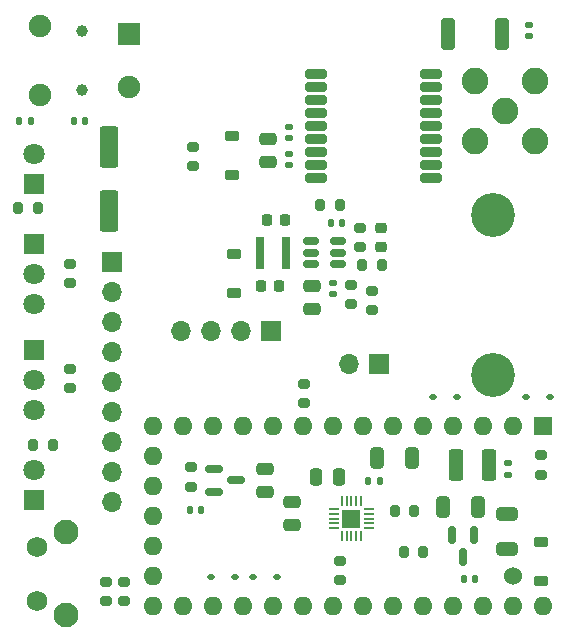
<source format=gbr>
%TF.GenerationSoftware,KiCad,Pcbnew,7.0.5*%
%TF.CreationDate,2023-07-30T11:04:12+02:00*%
%TF.ProjectId,TeensyRPR,5465656e-7379-4525-9052-2e6b69636164,rev?*%
%TF.SameCoordinates,Original*%
%TF.FileFunction,Soldermask,Top*%
%TF.FilePolarity,Negative*%
%FSLAX46Y46*%
G04 Gerber Fmt 4.6, Leading zero omitted, Abs format (unit mm)*
G04 Created by KiCad (PCBNEW 7.0.5) date 2023-07-30 11:04:12*
%MOMM*%
%LPD*%
G01*
G04 APERTURE LIST*
G04 Aperture macros list*
%AMRoundRect*
0 Rectangle with rounded corners*
0 $1 Rounding radius*
0 $2 $3 $4 $5 $6 $7 $8 $9 X,Y pos of 4 corners*
0 Add a 4 corners polygon primitive as box body*
4,1,4,$2,$3,$4,$5,$6,$7,$8,$9,$2,$3,0*
0 Add four circle primitives for the rounded corners*
1,1,$1+$1,$2,$3*
1,1,$1+$1,$4,$5*
1,1,$1+$1,$6,$7*
1,1,$1+$1,$8,$9*
0 Add four rect primitives between the rounded corners*
20,1,$1+$1,$2,$3,$4,$5,0*
20,1,$1+$1,$4,$5,$6,$7,0*
20,1,$1+$1,$6,$7,$8,$9,0*
20,1,$1+$1,$8,$9,$2,$3,0*%
G04 Aperture macros list end*
%ADD10RoundRect,0.250000X0.650000X-0.325000X0.650000X0.325000X-0.650000X0.325000X-0.650000X-0.325000X0*%
%ADD11RoundRect,0.140000X-0.140000X-0.170000X0.140000X-0.170000X0.140000X0.170000X-0.140000X0.170000X0*%
%ADD12RoundRect,0.140000X-0.170000X0.140000X-0.170000X-0.140000X0.170000X-0.140000X0.170000X0.140000X0*%
%ADD13RoundRect,0.250000X-0.325000X-0.650000X0.325000X-0.650000X0.325000X0.650000X-0.325000X0.650000X0*%
%ADD14RoundRect,0.250000X0.250000X0.475000X-0.250000X0.475000X-0.250000X-0.475000X0.250000X-0.475000X0*%
%ADD15RoundRect,0.250000X0.475000X-0.250000X0.475000X0.250000X-0.475000X0.250000X-0.475000X-0.250000X0*%
%ADD16RoundRect,0.250000X-0.475000X0.250000X-0.475000X-0.250000X0.475000X-0.250000X0.475000X0.250000X0*%
%ADD17RoundRect,0.140000X0.170000X-0.140000X0.170000X0.140000X-0.170000X0.140000X-0.170000X-0.140000X0*%
%ADD18C,3.721100*%
%ADD19R,1.700000X1.700000*%
%ADD20O,1.700000X1.700000*%
%ADD21RoundRect,0.250000X-0.375000X-1.075000X0.375000X-1.075000X0.375000X1.075000X-0.375000X1.075000X0*%
%ADD22RoundRect,0.150000X-0.587500X-0.150000X0.587500X-0.150000X0.587500X0.150000X-0.587500X0.150000X0*%
%ADD23RoundRect,0.200000X-0.275000X0.200000X-0.275000X-0.200000X0.275000X-0.200000X0.275000X0.200000X0*%
%ADD24RoundRect,0.200000X-0.200000X-0.275000X0.200000X-0.275000X0.200000X0.275000X-0.200000X0.275000X0*%
%ADD25RoundRect,0.200000X0.200000X0.275000X-0.200000X0.275000X-0.200000X-0.275000X0.200000X-0.275000X0*%
%ADD26RoundRect,0.150000X-0.150000X0.587500X-0.150000X-0.587500X0.150000X-0.587500X0.150000X0.587500X0*%
%ADD27R,1.600000X1.600000*%
%ADD28O,1.600000X1.600000*%
%ADD29C,1.524000*%
%ADD30RoundRect,0.200000X0.275000X-0.200000X0.275000X0.200000X-0.275000X0.200000X-0.275000X-0.200000X0*%
%ADD31RoundRect,0.050000X-0.050000X0.375000X-0.050000X-0.375000X0.050000X-0.375000X0.050000X0.375000X0*%
%ADD32RoundRect,0.050000X-0.375000X0.050000X-0.375000X-0.050000X0.375000X-0.050000X0.375000X0.050000X0*%
%ADD33R,1.650000X1.650000*%
%ADD34C,2.250000*%
%ADD35RoundRect,0.225000X-0.375000X0.225000X-0.375000X-0.225000X0.375000X-0.225000X0.375000X0.225000X0*%
%ADD36RoundRect,0.250000X-0.550000X1.500000X-0.550000X-1.500000X0.550000X-1.500000X0.550000X1.500000X0*%
%ADD37R,1.800000X1.800000*%
%ADD38C,1.800000*%
%ADD39C,2.100000*%
%ADD40C,1.750000*%
%ADD41RoundRect,0.112500X0.187500X0.112500X-0.187500X0.112500X-0.187500X-0.112500X0.187500X-0.112500X0*%
%ADD42RoundRect,0.112500X-0.187500X-0.112500X0.187500X-0.112500X0.187500X0.112500X-0.187500X0.112500X0*%
%ADD43C,1.000000*%
%ADD44R,1.900000X1.900000*%
%ADD45C,1.900000*%
%ADD46RoundRect,0.225000X0.225000X0.250000X-0.225000X0.250000X-0.225000X-0.250000X0.225000X-0.250000X0*%
%ADD47RoundRect,0.225000X-0.225000X-0.250000X0.225000X-0.250000X0.225000X0.250000X-0.225000X0.250000X0*%
%ADD48RoundRect,0.225000X-0.250000X0.225000X-0.250000X-0.225000X0.250000X-0.225000X0.250000X0.225000X0*%
%ADD49R,0.800000X2.700000*%
%ADD50RoundRect,0.150000X-0.512500X-0.150000X0.512500X-0.150000X0.512500X0.150000X-0.512500X0.150000X0*%
%ADD51RoundRect,0.225000X0.375000X-0.225000X0.375000X0.225000X-0.375000X0.225000X-0.375000X-0.225000X0*%
%ADD52RoundRect,0.250000X0.362500X1.075000X-0.362500X1.075000X-0.362500X-1.075000X0.362500X-1.075000X0*%
%ADD53RoundRect,0.147500X0.172500X-0.147500X0.172500X0.147500X-0.172500X0.147500X-0.172500X-0.147500X0*%
%ADD54RoundRect,0.200000X-0.700000X-0.200000X0.700000X-0.200000X0.700000X0.200000X-0.700000X0.200000X0*%
G04 APERTURE END LIST*
D10*
%TO.C,C4*%
X177490000Y-136857000D03*
X177490000Y-133907000D03*
%TD*%
D11*
%TO.C,C5*%
X173784000Y-139432000D03*
X174744000Y-139432000D03*
%TD*%
D12*
%TO.C,C6*%
X177546000Y-129596000D03*
X177546000Y-130556000D03*
%TD*%
D13*
%TO.C,C7*%
X166439000Y-129150000D03*
X169389000Y-129150000D03*
%TD*%
D11*
%TO.C,C8*%
X165719500Y-131113500D03*
X166679500Y-131113500D03*
%TD*%
D13*
%TO.C,C9*%
X172027000Y-133336000D03*
X174977000Y-133336000D03*
%TD*%
D14*
%TO.C,C10*%
X163212500Y-130796000D03*
X161312500Y-130796000D03*
%TD*%
D15*
%TO.C,C11*%
X159278000Y-134794000D03*
X159278000Y-132894000D03*
%TD*%
D16*
%TO.C,C12*%
X156972000Y-130114000D03*
X156972000Y-132014000D03*
%TD*%
D11*
%TO.C,C13*%
X150610000Y-133566000D03*
X151570000Y-133566000D03*
%TD*%
D15*
%TO.C,C15*%
X157226000Y-104074000D03*
X157226000Y-102174000D03*
%TD*%
D17*
%TO.C,C16*%
X159004000Y-104366000D03*
X159004000Y-103406000D03*
%TD*%
D18*
%TO.C,J2*%
X176288380Y-108621800D03*
X176288380Y-122139680D03*
%TD*%
D19*
%TO.C,J6*%
X144018000Y-112522000D03*
D20*
X144018000Y-115062000D03*
X144018000Y-117602000D03*
X144018000Y-120142000D03*
X144018000Y-122682000D03*
X144018000Y-125222000D03*
X144018000Y-127762000D03*
X144018000Y-130302000D03*
X144018000Y-132842000D03*
%TD*%
D21*
%TO.C,L1*%
X173118000Y-129780000D03*
X175918000Y-129780000D03*
%TD*%
D22*
%TO.C,Q1*%
X152652500Y-130100000D03*
X152652500Y-132000000D03*
X154527500Y-131050000D03*
%TD*%
D23*
%TO.C,R1*%
X150690000Y-129941000D03*
X150690000Y-131591000D03*
%TD*%
%TO.C,R2*%
X163342000Y-137845000D03*
X163342000Y-139495000D03*
%TD*%
D24*
%TO.C,R3*%
X168740000Y-137146000D03*
X170390000Y-137146000D03*
%TD*%
D25*
%TO.C,R4*%
X169628000Y-133653500D03*
X167978000Y-133653500D03*
%TD*%
D23*
%TO.C,R5*%
X140462000Y-121603000D03*
X140462000Y-123253000D03*
%TD*%
D25*
%TO.C,R7*%
X137731000Y-107950000D03*
X136081000Y-107950000D03*
%TD*%
D26*
%TO.C,U2*%
X174706000Y-135700500D03*
X172806000Y-135700500D03*
X173756000Y-137575500D03*
%TD*%
D27*
%TO.C,U4*%
X180499499Y-126473501D03*
D28*
X177959499Y-126473501D03*
X175419499Y-126473501D03*
X172879499Y-126473501D03*
X170339499Y-126473501D03*
X167799499Y-126473501D03*
X165259499Y-126473501D03*
X162719499Y-126473501D03*
X160179499Y-126473501D03*
X157639499Y-126473501D03*
X155099499Y-126473501D03*
X152559499Y-126473501D03*
X150019499Y-126473501D03*
X147479499Y-126473501D03*
X147479499Y-141713501D03*
X150019499Y-141713501D03*
X152559499Y-141713501D03*
X155099499Y-141713501D03*
X157639499Y-141713501D03*
X160179499Y-141713501D03*
X162719499Y-141713501D03*
X165259499Y-141713501D03*
X167799499Y-141713501D03*
X170339499Y-141713501D03*
X172879499Y-141713501D03*
X175419499Y-141713501D03*
X177959499Y-141713501D03*
X180499499Y-141713501D03*
D29*
X177959499Y-139173501D03*
D28*
X147479499Y-129013501D03*
X147479499Y-131553501D03*
X147479499Y-134093501D03*
X147479499Y-136633501D03*
X147479499Y-139173501D03*
%TD*%
D30*
%TO.C,R9*%
X140462000Y-114363000D03*
X140462000Y-112713000D03*
%TD*%
D31*
%TO.C,U3*%
X165094500Y-132838500D03*
X164694500Y-132838500D03*
X164294500Y-132838500D03*
X163894500Y-132838500D03*
X163494500Y-132838500D03*
D32*
X162844500Y-133488500D03*
X162844500Y-133888500D03*
X162844500Y-134288500D03*
X162844500Y-134688500D03*
X162844500Y-135088500D03*
D31*
X163494500Y-135738500D03*
X163894500Y-135738500D03*
X164294500Y-135738500D03*
X164694500Y-135738500D03*
X165094500Y-135738500D03*
D32*
X165744500Y-135088500D03*
X165744500Y-134688500D03*
X165744500Y-134288500D03*
X165744500Y-133888500D03*
X165744500Y-133488500D03*
D33*
X164294500Y-134288500D03*
%TD*%
D34*
%TO.C,J5*%
X177312000Y-99808000D03*
X179852000Y-97268000D03*
X174772000Y-97268000D03*
X179852000Y-102348000D03*
X174772000Y-102348000D03*
%TD*%
D17*
%TO.C,C2*%
X159004000Y-102080000D03*
X159004000Y-101120000D03*
%TD*%
D23*
%TO.C,R6*%
X150876000Y-102807000D03*
X150876000Y-104457000D03*
%TD*%
D35*
%TO.C,D1*%
X154178000Y-101856000D03*
X154178000Y-105156000D03*
%TD*%
D36*
%TO.C,C1*%
X143764000Y-102804000D03*
X143764000Y-108204000D03*
%TD*%
D37*
%TO.C,D2*%
X137400000Y-111000000D03*
D38*
X137400000Y-113540000D03*
X137400000Y-116080000D03*
%TD*%
D37*
%TO.C,D3*%
X137414000Y-120000000D03*
D38*
X137414000Y-122540000D03*
X137414000Y-125080000D03*
%TD*%
D37*
%TO.C,D4*%
X137414000Y-105918000D03*
D38*
X137414000Y-103378000D03*
%TD*%
D37*
%TO.C,D5*%
X137414000Y-132750000D03*
D38*
X137414000Y-130210000D03*
%TD*%
D25*
%TO.C,R11*%
X139001000Y-128016000D03*
X137351000Y-128016000D03*
%TD*%
D39*
%TO.C,SW1*%
X140158000Y-142474000D03*
X140158000Y-135464000D03*
D40*
X137668000Y-141224000D03*
X137668000Y-136724000D03*
%TD*%
D11*
%TO.C,C23*%
X136172000Y-100584000D03*
X137132000Y-100584000D03*
%TD*%
%TO.C,C24*%
X140772000Y-100584000D03*
X141732000Y-100584000D03*
%TD*%
D41*
%TO.C,D7*%
X154466000Y-139192000D03*
X152366000Y-139192000D03*
%TD*%
D42*
%TO.C,D8*%
X155922000Y-139192000D03*
X158022000Y-139192000D03*
%TD*%
D30*
%TO.C,R8*%
X145034000Y-141287000D03*
X145034000Y-139637000D03*
%TD*%
%TO.C,R10*%
X143510000Y-141287000D03*
X143510000Y-139637000D03*
%TD*%
D43*
%TO.C,J1*%
X141438000Y-93004000D03*
X141438000Y-98004000D03*
D44*
X145438000Y-93254000D03*
D45*
X145438000Y-97754000D03*
X137938000Y-92604000D03*
X137938000Y-98404000D03*
%TD*%
D16*
%TO.C,C17*%
X160971500Y-114621500D03*
X160971500Y-116521500D03*
%TD*%
D12*
%TO.C,C18*%
X162749500Y-114329500D03*
X162749500Y-115289500D03*
%TD*%
D11*
%TO.C,C19*%
X162523500Y-109221500D03*
X163483500Y-109221500D03*
%TD*%
D46*
%TO.C,C20*%
X158698500Y-108967500D03*
X157148500Y-108967500D03*
%TD*%
D47*
%TO.C,C21*%
X156640500Y-114555500D03*
X158190500Y-114555500D03*
%TD*%
D48*
%TO.C,C22*%
X166813500Y-109716500D03*
X166813500Y-111266500D03*
%TD*%
D49*
%TO.C,L2*%
X158769500Y-111761500D03*
X156569500Y-111761500D03*
%TD*%
D23*
%TO.C,R12*%
X166051500Y-115000500D03*
X166051500Y-116650500D03*
%TD*%
D30*
%TO.C,R13*%
X164273500Y-116142500D03*
X164273500Y-114492500D03*
%TD*%
D25*
%TO.C,R14*%
X163320500Y-107697500D03*
X161670500Y-107697500D03*
%TD*%
D30*
%TO.C,R15*%
X165035500Y-111316500D03*
X165035500Y-109666500D03*
%TD*%
D25*
%TO.C,R16*%
X166876500Y-112777500D03*
X165226500Y-112777500D03*
%TD*%
D50*
%TO.C,U6*%
X160850000Y-110811500D03*
X160850000Y-111761500D03*
X160850000Y-112711500D03*
X163125000Y-112711500D03*
X163125000Y-111761500D03*
X163125000Y-110811500D03*
%TD*%
D51*
%TO.C,D6*%
X154367500Y-115188000D03*
X154367500Y-111888000D03*
%TD*%
%TO.C,D9*%
X180340000Y-139572000D03*
X180340000Y-136272000D03*
%TD*%
D23*
%TO.C,R17*%
X160274000Y-122873000D03*
X160274000Y-124523000D03*
%TD*%
D19*
%TO.C,J4*%
X166624000Y-121158000D03*
D20*
X164084000Y-121158000D03*
%TD*%
D23*
%TO.C,R19*%
X180340000Y-128906000D03*
X180340000Y-130556000D03*
%TD*%
D42*
%TO.C,D11*%
X171162000Y-123952000D03*
X173262000Y-123952000D03*
%TD*%
D41*
%TO.C,D10*%
X181136000Y-123952000D03*
X179036000Y-123952000D03*
%TD*%
D52*
%TO.C,R18*%
X177064500Y-93218000D03*
X172439500Y-93218000D03*
%TD*%
D53*
%TO.C,L3*%
X179324000Y-93449000D03*
X179324000Y-92479000D03*
%TD*%
D19*
%TO.C,J3*%
X157470000Y-118364000D03*
D20*
X154930000Y-118364000D03*
X152390000Y-118364000D03*
X149850000Y-118364000D03*
%TD*%
D54*
%TO.C,U1*%
X161290000Y-96610000D03*
X161290000Y-97710000D03*
X161290000Y-98810000D03*
X161290000Y-99910000D03*
X161290000Y-101010000D03*
X161290000Y-102110000D03*
X161290000Y-103210000D03*
X161290000Y-104310000D03*
X161290000Y-105410000D03*
X170990000Y-105410000D03*
X170990000Y-104310000D03*
X170990000Y-103210000D03*
X170990000Y-102110000D03*
X170990000Y-101010000D03*
X170990000Y-99910000D03*
X170990000Y-98810000D03*
X170990000Y-97710000D03*
X170990000Y-96610000D03*
%TD*%
M02*

</source>
